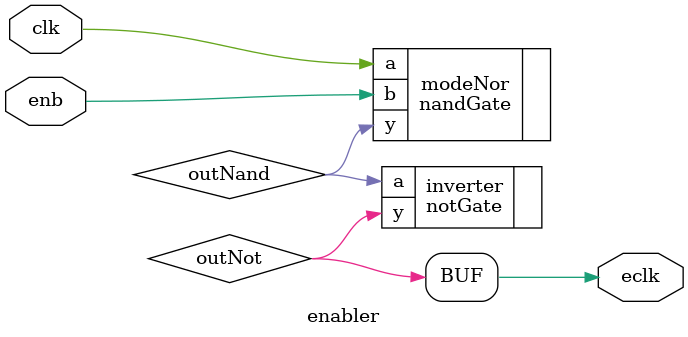
<source format=v>

/*
  Modulo enabler
 */

//Incluir notGate y nandGate al compilar

module enabler(
  input clk,
  input enb,
  output eclk
);

  wire clk,enb,eclk;

  wire outNot;
  wire outNand;

  parameter notoe = 1'b0;

  nandGate modeNor(
	 .a(clk),
	 .b(enb),
	 .y(outNand)
);

  notGate inverter(
	  .a(outNand),
	  .y(outNot)		  
);

assign eclk = outNot;

endmodule//enabler

</source>
